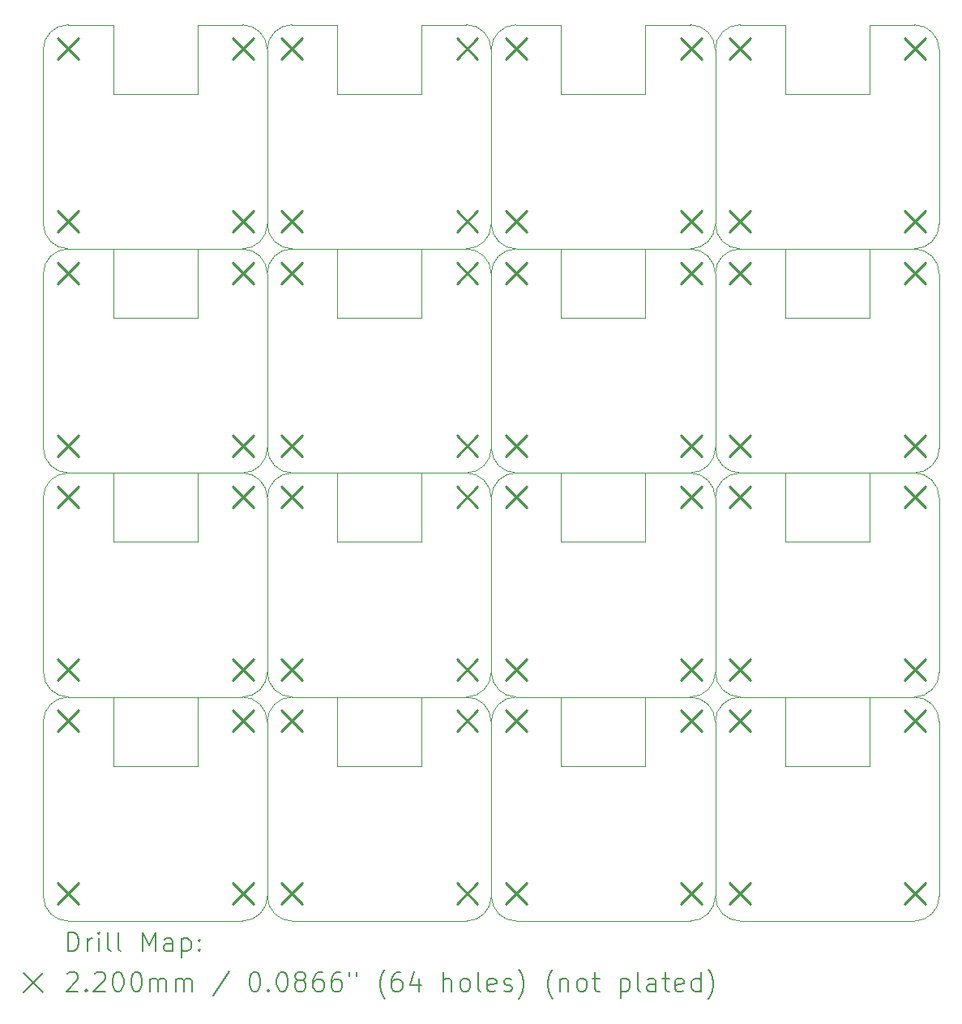
<source format=gbr>
%TF.GenerationSoftware,KiCad,Pcbnew,8.0.6*%
%TF.CreationDate,2024-11-12T16:37:34+01:00*%
%TF.ProjectId,USB-C_Adapter - nutzen,5553422d-435f-4416-9461-70746572202d,rev?*%
%TF.SameCoordinates,Original*%
%TF.FileFunction,Drillmap*%
%TF.FilePolarity,Positive*%
%FSLAX45Y45*%
G04 Gerber Fmt 4.5, Leading zero omitted, Abs format (unit mm)*
G04 Created by KiCad (PCBNEW 8.0.6) date 2024-11-12 16:37:34*
%MOMM*%
%LPD*%
G01*
G04 APERTURE LIST*
%ADD10C,0.050000*%
%ADD11C,0.200000*%
%ADD12C,0.220000*%
G04 APERTURE END LIST*
D10*
X22519400Y-11795590D02*
X22989400Y-11795590D01*
X18309400Y-14135590D02*
G75*
G02*
X18569400Y-14395590I0J-260000D01*
G01*
X20910400Y-18555590D02*
X20909400Y-16735590D01*
X20910400Y-16215590D02*
X20909400Y-14395590D01*
X20910400Y-13875590D02*
X20909400Y-12055590D01*
X23249400Y-14395590D02*
G75*
G02*
X23509400Y-14135590I260000J0D01*
G01*
X22519400Y-16475590D02*
X22989400Y-16475590D01*
X23250400Y-16215590D02*
G75*
G02*
X22990400Y-16475590I-260000J0D01*
G01*
X24859400Y-14135590D02*
X25329400Y-14135590D01*
X21170400Y-18815590D02*
G75*
G02*
X20910400Y-18555590I0J260000D01*
G01*
X23250400Y-16215590D02*
X23249400Y-14395590D01*
X23510400Y-14135590D02*
G75*
G02*
X23250400Y-13875590I0J260000D01*
G01*
X22990400Y-16475590D02*
X21170400Y-16475590D01*
X23250400Y-13875590D02*
X23249400Y-12055590D01*
X23249400Y-9715590D02*
G75*
G02*
X23509400Y-9455590I260000J0D01*
G01*
X20649400Y-16475590D02*
G75*
G02*
X20909400Y-16735590I0J-260000D01*
G01*
X18570400Y-13875590D02*
X18569400Y-12055590D01*
X25330400Y-18815590D02*
X23510400Y-18815590D01*
X22989400Y-14135590D02*
G75*
G02*
X23249400Y-14395590I0J-260000D01*
G01*
X18570400Y-11535590D02*
X18569400Y-9715590D01*
X22989400Y-16475590D02*
G75*
G02*
X23249400Y-16735590I0J-260000D01*
G01*
X18570400Y-13875590D02*
G75*
G02*
X18310400Y-14135590I-260000J0D01*
G01*
X24859400Y-9455590D02*
X25329400Y-9455590D01*
X16490400Y-11795590D02*
G75*
G02*
X16230400Y-11535590I0J260000D01*
G01*
X25330400Y-14135590D02*
X23510400Y-14135590D01*
X23249400Y-16735590D02*
G75*
G02*
X23509400Y-16475590I260000J0D01*
G01*
X16229400Y-16735590D02*
G75*
G02*
X16489400Y-16475590I260000J0D01*
G01*
X25590400Y-11535590D02*
X25589400Y-9715590D01*
X23509400Y-16475590D02*
X23979400Y-16475590D01*
X20910400Y-13875590D02*
G75*
G02*
X20650400Y-14135590I-260000J0D01*
G01*
X16230400Y-13875590D02*
X16229400Y-12055590D01*
X20179400Y-14135590D02*
X20649400Y-14135590D01*
X18569400Y-12055590D02*
G75*
G02*
X18829400Y-11795590I260000J0D01*
G01*
X18310400Y-14135590D02*
X16490400Y-14135590D01*
X18570400Y-16215590D02*
X18569400Y-14395590D01*
X16230400Y-11535590D02*
X16229400Y-9715590D01*
X23250400Y-18555590D02*
X23249400Y-16735590D01*
X20910400Y-11535590D02*
G75*
G02*
X20650400Y-11795590I-260000J0D01*
G01*
X22519400Y-14135590D02*
X22989400Y-14135590D01*
X16229400Y-12055590D02*
G75*
G02*
X16489400Y-11795590I260000J0D01*
G01*
X16489400Y-11795590D02*
X16959400Y-11795590D01*
X25590400Y-18555590D02*
G75*
G02*
X25330400Y-18815590I-260000J0D01*
G01*
X20910400Y-16215590D02*
X20909400Y-14395590D01*
X25590400Y-13875590D02*
X25589400Y-12055590D01*
X20909400Y-14395590D02*
G75*
G02*
X21169400Y-14135590I260000J0D01*
G01*
X18570400Y-18555590D02*
G75*
G02*
X18310400Y-18815590I-260000J0D01*
G01*
X23509400Y-9455590D02*
X23979400Y-9455590D01*
X23250400Y-11535590D02*
X23249400Y-9715590D01*
X18570400Y-11535590D02*
X18569400Y-9715590D01*
X20910400Y-13875590D02*
X20909400Y-12055590D01*
X18570400Y-18555590D02*
X18569400Y-16735590D01*
X21170400Y-16475590D02*
G75*
G02*
X20910400Y-16215590I0J260000D01*
G01*
X25590400Y-16215590D02*
X25589400Y-14395590D01*
X20650400Y-11795590D02*
X18830400Y-11795590D01*
X20910400Y-11535590D02*
X20909400Y-9715590D01*
X23509400Y-14135590D02*
X23979400Y-14135590D01*
X18309400Y-9455590D02*
G75*
G02*
X18569400Y-9715590I0J-260000D01*
G01*
X18830400Y-14135590D02*
G75*
G02*
X18570400Y-13875590I0J260000D01*
G01*
X23510400Y-16475590D02*
G75*
G02*
X23250400Y-16215590I0J260000D01*
G01*
X21169400Y-16475590D02*
X21639400Y-16475590D01*
X18570400Y-16215590D02*
G75*
G02*
X18310400Y-16475590I-260000J0D01*
G01*
X16489400Y-14135590D02*
X16959400Y-14135590D01*
X18569400Y-14395590D02*
G75*
G02*
X18829400Y-14135590I260000J0D01*
G01*
X22990400Y-14135590D02*
X21170400Y-14135590D01*
X18830400Y-18815590D02*
G75*
G02*
X18570400Y-18555590I0J260000D01*
G01*
X18309400Y-16475590D02*
G75*
G02*
X18569400Y-16735590I0J-260000D01*
G01*
X23510400Y-11795590D02*
G75*
G02*
X23250400Y-11535590I0J260000D01*
G01*
X20649400Y-14135590D02*
G75*
G02*
X20909400Y-14395590I0J-260000D01*
G01*
X17839400Y-11795590D02*
X18309400Y-11795590D01*
X20650400Y-16475590D02*
X18830400Y-16475590D01*
X21169400Y-9455590D02*
X21639400Y-9455590D01*
X25329400Y-16475590D02*
G75*
G02*
X25589400Y-16735590I0J-260000D01*
G01*
X16489400Y-9455590D02*
X16959400Y-9455590D01*
X22519400Y-9455590D02*
X22989400Y-9455590D01*
X16489400Y-16475590D02*
X16959400Y-16475590D01*
X23250400Y-11535590D02*
G75*
G02*
X22990400Y-11795590I-260000J0D01*
G01*
X18310400Y-11795590D02*
X16490400Y-11795590D01*
X23250400Y-13875590D02*
G75*
G02*
X22990400Y-14135590I-260000J0D01*
G01*
X16229400Y-9715590D02*
G75*
G02*
X16489400Y-9455590I260000J0D01*
G01*
X23250400Y-11535590D02*
X23249400Y-9715590D01*
X23510400Y-18815590D02*
G75*
G02*
X23250400Y-18555590I0J260000D01*
G01*
X18310400Y-18815590D02*
X16490400Y-18815590D01*
X21170400Y-11795590D02*
G75*
G02*
X20910400Y-11535590I0J260000D01*
G01*
X24859400Y-11795590D02*
X25329400Y-11795590D01*
X23509400Y-11795590D02*
X23979400Y-11795590D01*
X25590400Y-11535590D02*
G75*
G02*
X25330400Y-11795590I-260000J0D01*
G01*
X16490400Y-14135590D02*
G75*
G02*
X16230400Y-13875590I0J260000D01*
G01*
X16230400Y-16215590D02*
X16229400Y-14395590D01*
X20179400Y-11795590D02*
X20649400Y-11795590D01*
X18570400Y-16215590D02*
X18569400Y-14395590D01*
X21169400Y-14135590D02*
X21639400Y-14135590D01*
X20909400Y-9715590D02*
G75*
G02*
X21169400Y-9455590I260000J0D01*
G01*
X18570400Y-11535590D02*
G75*
G02*
X18310400Y-11795590I-260000J0D01*
G01*
X25330400Y-11795590D02*
X23510400Y-11795590D01*
X18570400Y-18555590D02*
X18569400Y-16735590D01*
X25329400Y-9455590D02*
G75*
G02*
X25589400Y-9715590I0J-260000D01*
G01*
X17839400Y-9455590D02*
X18309400Y-9455590D01*
X20650400Y-14135590D02*
X18830400Y-14135590D01*
X21169400Y-11795590D02*
X21639400Y-11795590D01*
X25330400Y-16475590D02*
X23510400Y-16475590D01*
X18310400Y-16475590D02*
X16490400Y-16475590D01*
X23250400Y-18555590D02*
X23249400Y-16735590D01*
X18829400Y-9455590D02*
X19299400Y-9455590D01*
X22990400Y-18815590D02*
X21170400Y-18815590D01*
X17839400Y-14135590D02*
X18309400Y-14135590D01*
X23249400Y-12055590D02*
G75*
G02*
X23509400Y-11795590I260000J0D01*
G01*
X18830400Y-16475590D02*
G75*
G02*
X18570400Y-16215590I0J260000D01*
G01*
X25590400Y-16215590D02*
G75*
G02*
X25330400Y-16475590I-260000J0D01*
G01*
X20649400Y-11795590D02*
G75*
G02*
X20909400Y-12055590I0J-260000D01*
G01*
X20910400Y-18555590D02*
X20909400Y-16735590D01*
X18830400Y-11795590D02*
G75*
G02*
X18570400Y-11535590I0J260000D01*
G01*
X20910400Y-18555590D02*
G75*
G02*
X20650400Y-18815590I-260000J0D01*
G01*
X18569400Y-16735590D02*
G75*
G02*
X18829400Y-16475590I260000J0D01*
G01*
X23250400Y-18555590D02*
G75*
G02*
X22990400Y-18815590I-260000J0D01*
G01*
X25590400Y-13875590D02*
G75*
G02*
X25330400Y-14135590I-260000J0D01*
G01*
X18829400Y-11795590D02*
X19299400Y-11795590D01*
X17839400Y-16475590D02*
X18309400Y-16475590D01*
X23250400Y-13875590D02*
X23249400Y-12055590D01*
X21170400Y-14135590D02*
G75*
G02*
X20910400Y-13875590I0J260000D01*
G01*
X18829400Y-14135590D02*
X19299400Y-14135590D01*
X20909400Y-16735590D02*
G75*
G02*
X21169400Y-16475590I260000J0D01*
G01*
X20910400Y-16215590D02*
G75*
G02*
X20650400Y-16475590I-260000J0D01*
G01*
X18570400Y-13875590D02*
X18569400Y-12055590D01*
X25329400Y-14135590D02*
G75*
G02*
X25589400Y-14395590I0J-260000D01*
G01*
X20179400Y-16475590D02*
X20649400Y-16475590D01*
X23250400Y-16215590D02*
X23249400Y-14395590D01*
X22990400Y-11795590D02*
X21170400Y-11795590D01*
X16490400Y-18815590D02*
G75*
G02*
X16230400Y-18555590I0J260000D01*
G01*
X22989400Y-11795590D02*
G75*
G02*
X23249400Y-12055590I0J-260000D01*
G01*
X18569400Y-9715590D02*
G75*
G02*
X18829400Y-9455590I260000J0D01*
G01*
X22989400Y-9455590D02*
G75*
G02*
X23249400Y-9715590I0J-260000D01*
G01*
X20649400Y-9455590D02*
G75*
G02*
X20909400Y-9715590I0J-260000D01*
G01*
X16230400Y-18555590D02*
X16229400Y-16735590D01*
X20179400Y-9455590D02*
X20649400Y-9455590D01*
X16490400Y-16475590D02*
G75*
G02*
X16230400Y-16215590I0J260000D01*
G01*
X16229400Y-14395590D02*
G75*
G02*
X16489400Y-14135590I260000J0D01*
G01*
X25590400Y-18555590D02*
X25589400Y-16735590D01*
X20650400Y-18815590D02*
X18830400Y-18815590D01*
X24859400Y-16475590D02*
X25329400Y-16475590D01*
X18829400Y-16475590D02*
X19299400Y-16475590D01*
X20909400Y-12055590D02*
G75*
G02*
X21169400Y-11795590I260000J0D01*
G01*
X25329400Y-11795590D02*
G75*
G02*
X25589400Y-12055590I0J-260000D01*
G01*
X18309400Y-11795590D02*
G75*
G02*
X18569400Y-12055590I0J-260000D01*
G01*
X20910400Y-11535590D02*
X20909400Y-9715590D01*
X21639400Y-9455590D02*
X21639400Y-10175590D01*
X22519400Y-10175590D02*
X21639400Y-10175590D01*
X22519400Y-10175590D02*
X22519400Y-9455590D01*
X21639400Y-16475590D02*
X21639400Y-17195590D01*
X22519400Y-17195590D02*
X21639400Y-17195590D01*
X22519400Y-17195590D02*
X22519400Y-16475590D01*
X23979400Y-9455590D02*
X23979400Y-10175590D01*
X24859400Y-10175590D02*
X23979400Y-10175590D01*
X24859400Y-10175590D02*
X24859400Y-9455590D01*
X16959400Y-11795590D02*
X16959400Y-12515590D01*
X17839400Y-12515590D02*
X16959400Y-12515590D01*
X17839400Y-12515590D02*
X17839400Y-11795590D01*
X23979400Y-16475590D02*
X23979400Y-17195590D01*
X24859400Y-17195590D02*
X23979400Y-17195590D01*
X24859400Y-17195590D02*
X24859400Y-16475590D01*
X19299400Y-16475590D02*
X19299400Y-17195590D01*
X20179400Y-17195590D02*
X19299400Y-17195590D01*
X20179400Y-17195590D02*
X20179400Y-16475590D01*
X21639400Y-11795590D02*
X21639400Y-12515590D01*
X22519400Y-12515590D02*
X21639400Y-12515590D01*
X22519400Y-12515590D02*
X22519400Y-11795590D01*
X21639400Y-14135590D02*
X21639400Y-14855590D01*
X22519400Y-14855590D02*
X21639400Y-14855590D01*
X22519400Y-14855590D02*
X22519400Y-14135590D01*
X19299400Y-14135590D02*
X19299400Y-14855590D01*
X20179400Y-14855590D02*
X19299400Y-14855590D01*
X20179400Y-14855590D02*
X20179400Y-14135590D01*
X19299400Y-11795590D02*
X19299400Y-12515590D01*
X20179400Y-12515590D02*
X19299400Y-12515590D01*
X20179400Y-12515590D02*
X20179400Y-11795590D01*
X16959400Y-9455590D02*
X16959400Y-10175590D01*
X17839400Y-10175590D02*
X16959400Y-10175590D01*
X17839400Y-10175590D02*
X17839400Y-9455590D01*
X23979400Y-14135590D02*
X23979400Y-14855590D01*
X24859400Y-14855590D02*
X23979400Y-14855590D01*
X24859400Y-14855590D02*
X24859400Y-14135590D01*
X23979400Y-11795590D02*
X23979400Y-12515590D01*
X24859400Y-12515590D02*
X23979400Y-12515590D01*
X24859400Y-12515590D02*
X24859400Y-11795590D01*
X19299400Y-9455590D02*
X19299400Y-10175590D01*
X20179400Y-10175590D02*
X19299400Y-10175590D01*
X20179400Y-10175590D02*
X20179400Y-9455590D01*
X16959400Y-16475590D02*
X16959400Y-17195590D01*
X17839400Y-17195590D02*
X16959400Y-17195590D01*
X17839400Y-17195590D02*
X17839400Y-16475590D01*
X16959400Y-14135590D02*
X16959400Y-14855590D01*
X17839400Y-14855590D02*
X16959400Y-14855590D01*
X17839400Y-14855590D02*
X17839400Y-14135590D01*
D11*
D12*
X16378920Y-9597880D02*
X16598920Y-9817880D01*
X16598920Y-9597880D02*
X16378920Y-9817880D01*
X16378920Y-11400640D02*
X16598920Y-11620640D01*
X16598920Y-11400640D02*
X16378920Y-11620640D01*
X16378920Y-11937880D02*
X16598920Y-12157880D01*
X16598920Y-11937880D02*
X16378920Y-12157880D01*
X16378920Y-13740640D02*
X16598920Y-13960640D01*
X16598920Y-13740640D02*
X16378920Y-13960640D01*
X16378920Y-14277880D02*
X16598920Y-14497880D01*
X16598920Y-14277880D02*
X16378920Y-14497880D01*
X16378920Y-16080640D02*
X16598920Y-16300640D01*
X16598920Y-16080640D02*
X16378920Y-16300640D01*
X16378920Y-16617880D02*
X16598920Y-16837880D01*
X16598920Y-16617880D02*
X16378920Y-16837880D01*
X16378920Y-18420640D02*
X16598920Y-18640640D01*
X16598920Y-18420640D02*
X16378920Y-18640640D01*
X18208480Y-9597880D02*
X18428480Y-9817880D01*
X18428480Y-9597880D02*
X18208480Y-9817880D01*
X18208480Y-11400640D02*
X18428480Y-11620640D01*
X18428480Y-11400640D02*
X18208480Y-11620640D01*
X18208480Y-11937880D02*
X18428480Y-12157880D01*
X18428480Y-11937880D02*
X18208480Y-12157880D01*
X18208480Y-13740640D02*
X18428480Y-13960640D01*
X18428480Y-13740640D02*
X18208480Y-13960640D01*
X18208480Y-14277880D02*
X18428480Y-14497880D01*
X18428480Y-14277880D02*
X18208480Y-14497880D01*
X18208480Y-16080640D02*
X18428480Y-16300640D01*
X18428480Y-16080640D02*
X18208480Y-16300640D01*
X18208480Y-16617880D02*
X18428480Y-16837880D01*
X18428480Y-16617880D02*
X18208480Y-16837880D01*
X18208480Y-18420640D02*
X18428480Y-18640640D01*
X18428480Y-18420640D02*
X18208480Y-18640640D01*
X18718920Y-9597880D02*
X18938920Y-9817880D01*
X18938920Y-9597880D02*
X18718920Y-9817880D01*
X18718920Y-11400640D02*
X18938920Y-11620640D01*
X18938920Y-11400640D02*
X18718920Y-11620640D01*
X18718920Y-11937880D02*
X18938920Y-12157880D01*
X18938920Y-11937880D02*
X18718920Y-12157880D01*
X18718920Y-13740640D02*
X18938920Y-13960640D01*
X18938920Y-13740640D02*
X18718920Y-13960640D01*
X18718920Y-14277880D02*
X18938920Y-14497880D01*
X18938920Y-14277880D02*
X18718920Y-14497880D01*
X18718920Y-16080640D02*
X18938920Y-16300640D01*
X18938920Y-16080640D02*
X18718920Y-16300640D01*
X18718920Y-16617880D02*
X18938920Y-16837880D01*
X18938920Y-16617880D02*
X18718920Y-16837880D01*
X18718920Y-18420640D02*
X18938920Y-18640640D01*
X18938920Y-18420640D02*
X18718920Y-18640640D01*
X20548480Y-9597880D02*
X20768480Y-9817880D01*
X20768480Y-9597880D02*
X20548480Y-9817880D01*
X20548480Y-11400640D02*
X20768480Y-11620640D01*
X20768480Y-11400640D02*
X20548480Y-11620640D01*
X20548480Y-11937880D02*
X20768480Y-12157880D01*
X20768480Y-11937880D02*
X20548480Y-12157880D01*
X20548480Y-13740640D02*
X20768480Y-13960640D01*
X20768480Y-13740640D02*
X20548480Y-13960640D01*
X20548480Y-14277880D02*
X20768480Y-14497880D01*
X20768480Y-14277880D02*
X20548480Y-14497880D01*
X20548480Y-16080640D02*
X20768480Y-16300640D01*
X20768480Y-16080640D02*
X20548480Y-16300640D01*
X20548480Y-16617880D02*
X20768480Y-16837880D01*
X20768480Y-16617880D02*
X20548480Y-16837880D01*
X20548480Y-18420640D02*
X20768480Y-18640640D01*
X20768480Y-18420640D02*
X20548480Y-18640640D01*
X21058920Y-9597880D02*
X21278920Y-9817880D01*
X21278920Y-9597880D02*
X21058920Y-9817880D01*
X21058920Y-11400640D02*
X21278920Y-11620640D01*
X21278920Y-11400640D02*
X21058920Y-11620640D01*
X21058920Y-11937880D02*
X21278920Y-12157880D01*
X21278920Y-11937880D02*
X21058920Y-12157880D01*
X21058920Y-13740640D02*
X21278920Y-13960640D01*
X21278920Y-13740640D02*
X21058920Y-13960640D01*
X21058920Y-14277880D02*
X21278920Y-14497880D01*
X21278920Y-14277880D02*
X21058920Y-14497880D01*
X21058920Y-16080640D02*
X21278920Y-16300640D01*
X21278920Y-16080640D02*
X21058920Y-16300640D01*
X21058920Y-16617880D02*
X21278920Y-16837880D01*
X21278920Y-16617880D02*
X21058920Y-16837880D01*
X21058920Y-18420640D02*
X21278920Y-18640640D01*
X21278920Y-18420640D02*
X21058920Y-18640640D01*
X22888480Y-9597880D02*
X23108480Y-9817880D01*
X23108480Y-9597880D02*
X22888480Y-9817880D01*
X22888480Y-11400640D02*
X23108480Y-11620640D01*
X23108480Y-11400640D02*
X22888480Y-11620640D01*
X22888480Y-11937880D02*
X23108480Y-12157880D01*
X23108480Y-11937880D02*
X22888480Y-12157880D01*
X22888480Y-13740640D02*
X23108480Y-13960640D01*
X23108480Y-13740640D02*
X22888480Y-13960640D01*
X22888480Y-14277880D02*
X23108480Y-14497880D01*
X23108480Y-14277880D02*
X22888480Y-14497880D01*
X22888480Y-16080640D02*
X23108480Y-16300640D01*
X23108480Y-16080640D02*
X22888480Y-16300640D01*
X22888480Y-16617880D02*
X23108480Y-16837880D01*
X23108480Y-16617880D02*
X22888480Y-16837880D01*
X22888480Y-18420640D02*
X23108480Y-18640640D01*
X23108480Y-18420640D02*
X22888480Y-18640640D01*
X23398920Y-9597880D02*
X23618920Y-9817880D01*
X23618920Y-9597880D02*
X23398920Y-9817880D01*
X23398920Y-11400640D02*
X23618920Y-11620640D01*
X23618920Y-11400640D02*
X23398920Y-11620640D01*
X23398920Y-11937880D02*
X23618920Y-12157880D01*
X23618920Y-11937880D02*
X23398920Y-12157880D01*
X23398920Y-13740640D02*
X23618920Y-13960640D01*
X23618920Y-13740640D02*
X23398920Y-13960640D01*
X23398920Y-14277880D02*
X23618920Y-14497880D01*
X23618920Y-14277880D02*
X23398920Y-14497880D01*
X23398920Y-16080640D02*
X23618920Y-16300640D01*
X23618920Y-16080640D02*
X23398920Y-16300640D01*
X23398920Y-16617880D02*
X23618920Y-16837880D01*
X23618920Y-16617880D02*
X23398920Y-16837880D01*
X23398920Y-18420640D02*
X23618920Y-18640640D01*
X23618920Y-18420640D02*
X23398920Y-18640640D01*
X25228480Y-9597880D02*
X25448480Y-9817880D01*
X25448480Y-9597880D02*
X25228480Y-9817880D01*
X25228480Y-11400640D02*
X25448480Y-11620640D01*
X25448480Y-11400640D02*
X25228480Y-11620640D01*
X25228480Y-11937880D02*
X25448480Y-12157880D01*
X25448480Y-11937880D02*
X25228480Y-12157880D01*
X25228480Y-13740640D02*
X25448480Y-13960640D01*
X25448480Y-13740640D02*
X25228480Y-13960640D01*
X25228480Y-14277880D02*
X25448480Y-14497880D01*
X25448480Y-14277880D02*
X25228480Y-14497880D01*
X25228480Y-16080640D02*
X25448480Y-16300640D01*
X25448480Y-16080640D02*
X25228480Y-16300640D01*
X25228480Y-16617880D02*
X25448480Y-16837880D01*
X25448480Y-16617880D02*
X25228480Y-16837880D01*
X25228480Y-18420640D02*
X25448480Y-18640640D01*
X25448480Y-18420640D02*
X25228480Y-18640640D01*
D11*
X16487677Y-19129574D02*
X16487677Y-18929574D01*
X16487677Y-18929574D02*
X16535296Y-18929574D01*
X16535296Y-18929574D02*
X16563867Y-18939098D01*
X16563867Y-18939098D02*
X16582915Y-18958145D01*
X16582915Y-18958145D02*
X16592439Y-18977193D01*
X16592439Y-18977193D02*
X16601962Y-19015288D01*
X16601962Y-19015288D02*
X16601962Y-19043860D01*
X16601962Y-19043860D02*
X16592439Y-19081955D01*
X16592439Y-19081955D02*
X16582915Y-19101002D01*
X16582915Y-19101002D02*
X16563867Y-19120050D01*
X16563867Y-19120050D02*
X16535296Y-19129574D01*
X16535296Y-19129574D02*
X16487677Y-19129574D01*
X16687677Y-19129574D02*
X16687677Y-18996240D01*
X16687677Y-19034336D02*
X16697201Y-19015288D01*
X16697201Y-19015288D02*
X16706724Y-19005764D01*
X16706724Y-19005764D02*
X16725772Y-18996240D01*
X16725772Y-18996240D02*
X16744820Y-18996240D01*
X16811486Y-19129574D02*
X16811486Y-18996240D01*
X16811486Y-18929574D02*
X16801963Y-18939098D01*
X16801963Y-18939098D02*
X16811486Y-18948621D01*
X16811486Y-18948621D02*
X16821010Y-18939098D01*
X16821010Y-18939098D02*
X16811486Y-18929574D01*
X16811486Y-18929574D02*
X16811486Y-18948621D01*
X16935296Y-19129574D02*
X16916248Y-19120050D01*
X16916248Y-19120050D02*
X16906724Y-19101002D01*
X16906724Y-19101002D02*
X16906724Y-18929574D01*
X17040058Y-19129574D02*
X17021010Y-19120050D01*
X17021010Y-19120050D02*
X17011486Y-19101002D01*
X17011486Y-19101002D02*
X17011486Y-18929574D01*
X17268629Y-19129574D02*
X17268629Y-18929574D01*
X17268629Y-18929574D02*
X17335296Y-19072431D01*
X17335296Y-19072431D02*
X17401963Y-18929574D01*
X17401963Y-18929574D02*
X17401963Y-19129574D01*
X17582915Y-19129574D02*
X17582915Y-19024812D01*
X17582915Y-19024812D02*
X17573391Y-19005764D01*
X17573391Y-19005764D02*
X17554344Y-18996240D01*
X17554344Y-18996240D02*
X17516248Y-18996240D01*
X17516248Y-18996240D02*
X17497201Y-19005764D01*
X17582915Y-19120050D02*
X17563867Y-19129574D01*
X17563867Y-19129574D02*
X17516248Y-19129574D01*
X17516248Y-19129574D02*
X17497201Y-19120050D01*
X17497201Y-19120050D02*
X17487677Y-19101002D01*
X17487677Y-19101002D02*
X17487677Y-19081955D01*
X17487677Y-19081955D02*
X17497201Y-19062907D01*
X17497201Y-19062907D02*
X17516248Y-19053383D01*
X17516248Y-19053383D02*
X17563867Y-19053383D01*
X17563867Y-19053383D02*
X17582915Y-19043860D01*
X17678153Y-18996240D02*
X17678153Y-19196240D01*
X17678153Y-19005764D02*
X17697201Y-18996240D01*
X17697201Y-18996240D02*
X17735296Y-18996240D01*
X17735296Y-18996240D02*
X17754344Y-19005764D01*
X17754344Y-19005764D02*
X17763867Y-19015288D01*
X17763867Y-19015288D02*
X17773391Y-19034336D01*
X17773391Y-19034336D02*
X17773391Y-19091479D01*
X17773391Y-19091479D02*
X17763867Y-19110526D01*
X17763867Y-19110526D02*
X17754344Y-19120050D01*
X17754344Y-19120050D02*
X17735296Y-19129574D01*
X17735296Y-19129574D02*
X17697201Y-19129574D01*
X17697201Y-19129574D02*
X17678153Y-19120050D01*
X17859105Y-19110526D02*
X17868629Y-19120050D01*
X17868629Y-19120050D02*
X17859105Y-19129574D01*
X17859105Y-19129574D02*
X17849582Y-19120050D01*
X17849582Y-19120050D02*
X17859105Y-19110526D01*
X17859105Y-19110526D02*
X17859105Y-19129574D01*
X17859105Y-19005764D02*
X17868629Y-19015288D01*
X17868629Y-19015288D02*
X17859105Y-19024812D01*
X17859105Y-19024812D02*
X17849582Y-19015288D01*
X17849582Y-19015288D02*
X17859105Y-19005764D01*
X17859105Y-19005764D02*
X17859105Y-19024812D01*
X16026900Y-19358090D02*
X16226900Y-19558090D01*
X16226900Y-19358090D02*
X16026900Y-19558090D01*
X16478153Y-19368621D02*
X16487677Y-19359098D01*
X16487677Y-19359098D02*
X16506724Y-19349574D01*
X16506724Y-19349574D02*
X16554343Y-19349574D01*
X16554343Y-19349574D02*
X16573391Y-19359098D01*
X16573391Y-19359098D02*
X16582915Y-19368621D01*
X16582915Y-19368621D02*
X16592439Y-19387669D01*
X16592439Y-19387669D02*
X16592439Y-19406717D01*
X16592439Y-19406717D02*
X16582915Y-19435288D01*
X16582915Y-19435288D02*
X16468629Y-19549574D01*
X16468629Y-19549574D02*
X16592439Y-19549574D01*
X16678153Y-19530526D02*
X16687677Y-19540050D01*
X16687677Y-19540050D02*
X16678153Y-19549574D01*
X16678153Y-19549574D02*
X16668629Y-19540050D01*
X16668629Y-19540050D02*
X16678153Y-19530526D01*
X16678153Y-19530526D02*
X16678153Y-19549574D01*
X16763867Y-19368621D02*
X16773391Y-19359098D01*
X16773391Y-19359098D02*
X16792439Y-19349574D01*
X16792439Y-19349574D02*
X16840058Y-19349574D01*
X16840058Y-19349574D02*
X16859105Y-19359098D01*
X16859105Y-19359098D02*
X16868629Y-19368621D01*
X16868629Y-19368621D02*
X16878153Y-19387669D01*
X16878153Y-19387669D02*
X16878153Y-19406717D01*
X16878153Y-19406717D02*
X16868629Y-19435288D01*
X16868629Y-19435288D02*
X16754343Y-19549574D01*
X16754343Y-19549574D02*
X16878153Y-19549574D01*
X17001963Y-19349574D02*
X17021010Y-19349574D01*
X17021010Y-19349574D02*
X17040058Y-19359098D01*
X17040058Y-19359098D02*
X17049582Y-19368621D01*
X17049582Y-19368621D02*
X17059105Y-19387669D01*
X17059105Y-19387669D02*
X17068629Y-19425764D01*
X17068629Y-19425764D02*
X17068629Y-19473383D01*
X17068629Y-19473383D02*
X17059105Y-19511479D01*
X17059105Y-19511479D02*
X17049582Y-19530526D01*
X17049582Y-19530526D02*
X17040058Y-19540050D01*
X17040058Y-19540050D02*
X17021010Y-19549574D01*
X17021010Y-19549574D02*
X17001963Y-19549574D01*
X17001963Y-19549574D02*
X16982915Y-19540050D01*
X16982915Y-19540050D02*
X16973391Y-19530526D01*
X16973391Y-19530526D02*
X16963867Y-19511479D01*
X16963867Y-19511479D02*
X16954344Y-19473383D01*
X16954344Y-19473383D02*
X16954344Y-19425764D01*
X16954344Y-19425764D02*
X16963867Y-19387669D01*
X16963867Y-19387669D02*
X16973391Y-19368621D01*
X16973391Y-19368621D02*
X16982915Y-19359098D01*
X16982915Y-19359098D02*
X17001963Y-19349574D01*
X17192439Y-19349574D02*
X17211486Y-19349574D01*
X17211486Y-19349574D02*
X17230534Y-19359098D01*
X17230534Y-19359098D02*
X17240058Y-19368621D01*
X17240058Y-19368621D02*
X17249582Y-19387669D01*
X17249582Y-19387669D02*
X17259105Y-19425764D01*
X17259105Y-19425764D02*
X17259105Y-19473383D01*
X17259105Y-19473383D02*
X17249582Y-19511479D01*
X17249582Y-19511479D02*
X17240058Y-19530526D01*
X17240058Y-19530526D02*
X17230534Y-19540050D01*
X17230534Y-19540050D02*
X17211486Y-19549574D01*
X17211486Y-19549574D02*
X17192439Y-19549574D01*
X17192439Y-19549574D02*
X17173391Y-19540050D01*
X17173391Y-19540050D02*
X17163867Y-19530526D01*
X17163867Y-19530526D02*
X17154344Y-19511479D01*
X17154344Y-19511479D02*
X17144820Y-19473383D01*
X17144820Y-19473383D02*
X17144820Y-19425764D01*
X17144820Y-19425764D02*
X17154344Y-19387669D01*
X17154344Y-19387669D02*
X17163867Y-19368621D01*
X17163867Y-19368621D02*
X17173391Y-19359098D01*
X17173391Y-19359098D02*
X17192439Y-19349574D01*
X17344820Y-19549574D02*
X17344820Y-19416240D01*
X17344820Y-19435288D02*
X17354344Y-19425764D01*
X17354344Y-19425764D02*
X17373391Y-19416240D01*
X17373391Y-19416240D02*
X17401963Y-19416240D01*
X17401963Y-19416240D02*
X17421010Y-19425764D01*
X17421010Y-19425764D02*
X17430534Y-19444812D01*
X17430534Y-19444812D02*
X17430534Y-19549574D01*
X17430534Y-19444812D02*
X17440058Y-19425764D01*
X17440058Y-19425764D02*
X17459105Y-19416240D01*
X17459105Y-19416240D02*
X17487677Y-19416240D01*
X17487677Y-19416240D02*
X17506725Y-19425764D01*
X17506725Y-19425764D02*
X17516248Y-19444812D01*
X17516248Y-19444812D02*
X17516248Y-19549574D01*
X17611486Y-19549574D02*
X17611486Y-19416240D01*
X17611486Y-19435288D02*
X17621010Y-19425764D01*
X17621010Y-19425764D02*
X17640058Y-19416240D01*
X17640058Y-19416240D02*
X17668629Y-19416240D01*
X17668629Y-19416240D02*
X17687677Y-19425764D01*
X17687677Y-19425764D02*
X17697201Y-19444812D01*
X17697201Y-19444812D02*
X17697201Y-19549574D01*
X17697201Y-19444812D02*
X17706725Y-19425764D01*
X17706725Y-19425764D02*
X17725772Y-19416240D01*
X17725772Y-19416240D02*
X17754344Y-19416240D01*
X17754344Y-19416240D02*
X17773391Y-19425764D01*
X17773391Y-19425764D02*
X17782915Y-19444812D01*
X17782915Y-19444812D02*
X17782915Y-19549574D01*
X18173391Y-19340050D02*
X18001963Y-19597193D01*
X18430534Y-19349574D02*
X18449582Y-19349574D01*
X18449582Y-19349574D02*
X18468629Y-19359098D01*
X18468629Y-19359098D02*
X18478153Y-19368621D01*
X18478153Y-19368621D02*
X18487677Y-19387669D01*
X18487677Y-19387669D02*
X18497201Y-19425764D01*
X18497201Y-19425764D02*
X18497201Y-19473383D01*
X18497201Y-19473383D02*
X18487677Y-19511479D01*
X18487677Y-19511479D02*
X18478153Y-19530526D01*
X18478153Y-19530526D02*
X18468629Y-19540050D01*
X18468629Y-19540050D02*
X18449582Y-19549574D01*
X18449582Y-19549574D02*
X18430534Y-19549574D01*
X18430534Y-19549574D02*
X18411487Y-19540050D01*
X18411487Y-19540050D02*
X18401963Y-19530526D01*
X18401963Y-19530526D02*
X18392439Y-19511479D01*
X18392439Y-19511479D02*
X18382915Y-19473383D01*
X18382915Y-19473383D02*
X18382915Y-19425764D01*
X18382915Y-19425764D02*
X18392439Y-19387669D01*
X18392439Y-19387669D02*
X18401963Y-19368621D01*
X18401963Y-19368621D02*
X18411487Y-19359098D01*
X18411487Y-19359098D02*
X18430534Y-19349574D01*
X18582915Y-19530526D02*
X18592439Y-19540050D01*
X18592439Y-19540050D02*
X18582915Y-19549574D01*
X18582915Y-19549574D02*
X18573391Y-19540050D01*
X18573391Y-19540050D02*
X18582915Y-19530526D01*
X18582915Y-19530526D02*
X18582915Y-19549574D01*
X18716248Y-19349574D02*
X18735296Y-19349574D01*
X18735296Y-19349574D02*
X18754344Y-19359098D01*
X18754344Y-19359098D02*
X18763868Y-19368621D01*
X18763868Y-19368621D02*
X18773391Y-19387669D01*
X18773391Y-19387669D02*
X18782915Y-19425764D01*
X18782915Y-19425764D02*
X18782915Y-19473383D01*
X18782915Y-19473383D02*
X18773391Y-19511479D01*
X18773391Y-19511479D02*
X18763868Y-19530526D01*
X18763868Y-19530526D02*
X18754344Y-19540050D01*
X18754344Y-19540050D02*
X18735296Y-19549574D01*
X18735296Y-19549574D02*
X18716248Y-19549574D01*
X18716248Y-19549574D02*
X18697201Y-19540050D01*
X18697201Y-19540050D02*
X18687677Y-19530526D01*
X18687677Y-19530526D02*
X18678153Y-19511479D01*
X18678153Y-19511479D02*
X18668629Y-19473383D01*
X18668629Y-19473383D02*
X18668629Y-19425764D01*
X18668629Y-19425764D02*
X18678153Y-19387669D01*
X18678153Y-19387669D02*
X18687677Y-19368621D01*
X18687677Y-19368621D02*
X18697201Y-19359098D01*
X18697201Y-19359098D02*
X18716248Y-19349574D01*
X18897201Y-19435288D02*
X18878153Y-19425764D01*
X18878153Y-19425764D02*
X18868629Y-19416240D01*
X18868629Y-19416240D02*
X18859106Y-19397193D01*
X18859106Y-19397193D02*
X18859106Y-19387669D01*
X18859106Y-19387669D02*
X18868629Y-19368621D01*
X18868629Y-19368621D02*
X18878153Y-19359098D01*
X18878153Y-19359098D02*
X18897201Y-19349574D01*
X18897201Y-19349574D02*
X18935296Y-19349574D01*
X18935296Y-19349574D02*
X18954344Y-19359098D01*
X18954344Y-19359098D02*
X18963868Y-19368621D01*
X18963868Y-19368621D02*
X18973391Y-19387669D01*
X18973391Y-19387669D02*
X18973391Y-19397193D01*
X18973391Y-19397193D02*
X18963868Y-19416240D01*
X18963868Y-19416240D02*
X18954344Y-19425764D01*
X18954344Y-19425764D02*
X18935296Y-19435288D01*
X18935296Y-19435288D02*
X18897201Y-19435288D01*
X18897201Y-19435288D02*
X18878153Y-19444812D01*
X18878153Y-19444812D02*
X18868629Y-19454336D01*
X18868629Y-19454336D02*
X18859106Y-19473383D01*
X18859106Y-19473383D02*
X18859106Y-19511479D01*
X18859106Y-19511479D02*
X18868629Y-19530526D01*
X18868629Y-19530526D02*
X18878153Y-19540050D01*
X18878153Y-19540050D02*
X18897201Y-19549574D01*
X18897201Y-19549574D02*
X18935296Y-19549574D01*
X18935296Y-19549574D02*
X18954344Y-19540050D01*
X18954344Y-19540050D02*
X18963868Y-19530526D01*
X18963868Y-19530526D02*
X18973391Y-19511479D01*
X18973391Y-19511479D02*
X18973391Y-19473383D01*
X18973391Y-19473383D02*
X18963868Y-19454336D01*
X18963868Y-19454336D02*
X18954344Y-19444812D01*
X18954344Y-19444812D02*
X18935296Y-19435288D01*
X19144820Y-19349574D02*
X19106725Y-19349574D01*
X19106725Y-19349574D02*
X19087677Y-19359098D01*
X19087677Y-19359098D02*
X19078153Y-19368621D01*
X19078153Y-19368621D02*
X19059106Y-19397193D01*
X19059106Y-19397193D02*
X19049582Y-19435288D01*
X19049582Y-19435288D02*
X19049582Y-19511479D01*
X19049582Y-19511479D02*
X19059106Y-19530526D01*
X19059106Y-19530526D02*
X19068629Y-19540050D01*
X19068629Y-19540050D02*
X19087677Y-19549574D01*
X19087677Y-19549574D02*
X19125772Y-19549574D01*
X19125772Y-19549574D02*
X19144820Y-19540050D01*
X19144820Y-19540050D02*
X19154344Y-19530526D01*
X19154344Y-19530526D02*
X19163868Y-19511479D01*
X19163868Y-19511479D02*
X19163868Y-19463860D01*
X19163868Y-19463860D02*
X19154344Y-19444812D01*
X19154344Y-19444812D02*
X19144820Y-19435288D01*
X19144820Y-19435288D02*
X19125772Y-19425764D01*
X19125772Y-19425764D02*
X19087677Y-19425764D01*
X19087677Y-19425764D02*
X19068629Y-19435288D01*
X19068629Y-19435288D02*
X19059106Y-19444812D01*
X19059106Y-19444812D02*
X19049582Y-19463860D01*
X19335296Y-19349574D02*
X19297201Y-19349574D01*
X19297201Y-19349574D02*
X19278153Y-19359098D01*
X19278153Y-19359098D02*
X19268629Y-19368621D01*
X19268629Y-19368621D02*
X19249582Y-19397193D01*
X19249582Y-19397193D02*
X19240058Y-19435288D01*
X19240058Y-19435288D02*
X19240058Y-19511479D01*
X19240058Y-19511479D02*
X19249582Y-19530526D01*
X19249582Y-19530526D02*
X19259106Y-19540050D01*
X19259106Y-19540050D02*
X19278153Y-19549574D01*
X19278153Y-19549574D02*
X19316249Y-19549574D01*
X19316249Y-19549574D02*
X19335296Y-19540050D01*
X19335296Y-19540050D02*
X19344820Y-19530526D01*
X19344820Y-19530526D02*
X19354344Y-19511479D01*
X19354344Y-19511479D02*
X19354344Y-19463860D01*
X19354344Y-19463860D02*
X19344820Y-19444812D01*
X19344820Y-19444812D02*
X19335296Y-19435288D01*
X19335296Y-19435288D02*
X19316249Y-19425764D01*
X19316249Y-19425764D02*
X19278153Y-19425764D01*
X19278153Y-19425764D02*
X19259106Y-19435288D01*
X19259106Y-19435288D02*
X19249582Y-19444812D01*
X19249582Y-19444812D02*
X19240058Y-19463860D01*
X19430534Y-19349574D02*
X19430534Y-19387669D01*
X19506725Y-19349574D02*
X19506725Y-19387669D01*
X19801963Y-19625764D02*
X19792439Y-19616240D01*
X19792439Y-19616240D02*
X19773391Y-19587669D01*
X19773391Y-19587669D02*
X19763868Y-19568621D01*
X19763868Y-19568621D02*
X19754344Y-19540050D01*
X19754344Y-19540050D02*
X19744820Y-19492431D01*
X19744820Y-19492431D02*
X19744820Y-19454336D01*
X19744820Y-19454336D02*
X19754344Y-19406717D01*
X19754344Y-19406717D02*
X19763868Y-19378145D01*
X19763868Y-19378145D02*
X19773391Y-19359098D01*
X19773391Y-19359098D02*
X19792439Y-19330526D01*
X19792439Y-19330526D02*
X19801963Y-19321002D01*
X19963868Y-19349574D02*
X19925772Y-19349574D01*
X19925772Y-19349574D02*
X19906725Y-19359098D01*
X19906725Y-19359098D02*
X19897201Y-19368621D01*
X19897201Y-19368621D02*
X19878153Y-19397193D01*
X19878153Y-19397193D02*
X19868630Y-19435288D01*
X19868630Y-19435288D02*
X19868630Y-19511479D01*
X19868630Y-19511479D02*
X19878153Y-19530526D01*
X19878153Y-19530526D02*
X19887677Y-19540050D01*
X19887677Y-19540050D02*
X19906725Y-19549574D01*
X19906725Y-19549574D02*
X19944820Y-19549574D01*
X19944820Y-19549574D02*
X19963868Y-19540050D01*
X19963868Y-19540050D02*
X19973391Y-19530526D01*
X19973391Y-19530526D02*
X19982915Y-19511479D01*
X19982915Y-19511479D02*
X19982915Y-19463860D01*
X19982915Y-19463860D02*
X19973391Y-19444812D01*
X19973391Y-19444812D02*
X19963868Y-19435288D01*
X19963868Y-19435288D02*
X19944820Y-19425764D01*
X19944820Y-19425764D02*
X19906725Y-19425764D01*
X19906725Y-19425764D02*
X19887677Y-19435288D01*
X19887677Y-19435288D02*
X19878153Y-19444812D01*
X19878153Y-19444812D02*
X19868630Y-19463860D01*
X20154344Y-19416240D02*
X20154344Y-19549574D01*
X20106725Y-19340050D02*
X20059106Y-19482907D01*
X20059106Y-19482907D02*
X20182915Y-19482907D01*
X20411487Y-19549574D02*
X20411487Y-19349574D01*
X20497201Y-19549574D02*
X20497201Y-19444812D01*
X20497201Y-19444812D02*
X20487677Y-19425764D01*
X20487677Y-19425764D02*
X20468630Y-19416240D01*
X20468630Y-19416240D02*
X20440058Y-19416240D01*
X20440058Y-19416240D02*
X20421011Y-19425764D01*
X20421011Y-19425764D02*
X20411487Y-19435288D01*
X20621011Y-19549574D02*
X20601963Y-19540050D01*
X20601963Y-19540050D02*
X20592439Y-19530526D01*
X20592439Y-19530526D02*
X20582915Y-19511479D01*
X20582915Y-19511479D02*
X20582915Y-19454336D01*
X20582915Y-19454336D02*
X20592439Y-19435288D01*
X20592439Y-19435288D02*
X20601963Y-19425764D01*
X20601963Y-19425764D02*
X20621011Y-19416240D01*
X20621011Y-19416240D02*
X20649582Y-19416240D01*
X20649582Y-19416240D02*
X20668630Y-19425764D01*
X20668630Y-19425764D02*
X20678153Y-19435288D01*
X20678153Y-19435288D02*
X20687677Y-19454336D01*
X20687677Y-19454336D02*
X20687677Y-19511479D01*
X20687677Y-19511479D02*
X20678153Y-19530526D01*
X20678153Y-19530526D02*
X20668630Y-19540050D01*
X20668630Y-19540050D02*
X20649582Y-19549574D01*
X20649582Y-19549574D02*
X20621011Y-19549574D01*
X20801963Y-19549574D02*
X20782915Y-19540050D01*
X20782915Y-19540050D02*
X20773392Y-19521002D01*
X20773392Y-19521002D02*
X20773392Y-19349574D01*
X20954344Y-19540050D02*
X20935296Y-19549574D01*
X20935296Y-19549574D02*
X20897201Y-19549574D01*
X20897201Y-19549574D02*
X20878153Y-19540050D01*
X20878153Y-19540050D02*
X20868630Y-19521002D01*
X20868630Y-19521002D02*
X20868630Y-19444812D01*
X20868630Y-19444812D02*
X20878153Y-19425764D01*
X20878153Y-19425764D02*
X20897201Y-19416240D01*
X20897201Y-19416240D02*
X20935296Y-19416240D01*
X20935296Y-19416240D02*
X20954344Y-19425764D01*
X20954344Y-19425764D02*
X20963868Y-19444812D01*
X20963868Y-19444812D02*
X20963868Y-19463860D01*
X20963868Y-19463860D02*
X20868630Y-19482907D01*
X21040058Y-19540050D02*
X21059106Y-19549574D01*
X21059106Y-19549574D02*
X21097201Y-19549574D01*
X21097201Y-19549574D02*
X21116249Y-19540050D01*
X21116249Y-19540050D02*
X21125773Y-19521002D01*
X21125773Y-19521002D02*
X21125773Y-19511479D01*
X21125773Y-19511479D02*
X21116249Y-19492431D01*
X21116249Y-19492431D02*
X21097201Y-19482907D01*
X21097201Y-19482907D02*
X21068630Y-19482907D01*
X21068630Y-19482907D02*
X21049582Y-19473383D01*
X21049582Y-19473383D02*
X21040058Y-19454336D01*
X21040058Y-19454336D02*
X21040058Y-19444812D01*
X21040058Y-19444812D02*
X21049582Y-19425764D01*
X21049582Y-19425764D02*
X21068630Y-19416240D01*
X21068630Y-19416240D02*
X21097201Y-19416240D01*
X21097201Y-19416240D02*
X21116249Y-19425764D01*
X21192439Y-19625764D02*
X21201963Y-19616240D01*
X21201963Y-19616240D02*
X21221011Y-19587669D01*
X21221011Y-19587669D02*
X21230534Y-19568621D01*
X21230534Y-19568621D02*
X21240058Y-19540050D01*
X21240058Y-19540050D02*
X21249582Y-19492431D01*
X21249582Y-19492431D02*
X21249582Y-19454336D01*
X21249582Y-19454336D02*
X21240058Y-19406717D01*
X21240058Y-19406717D02*
X21230534Y-19378145D01*
X21230534Y-19378145D02*
X21221011Y-19359098D01*
X21221011Y-19359098D02*
X21201963Y-19330526D01*
X21201963Y-19330526D02*
X21192439Y-19321002D01*
X21554344Y-19625764D02*
X21544820Y-19616240D01*
X21544820Y-19616240D02*
X21525773Y-19587669D01*
X21525773Y-19587669D02*
X21516249Y-19568621D01*
X21516249Y-19568621D02*
X21506725Y-19540050D01*
X21506725Y-19540050D02*
X21497201Y-19492431D01*
X21497201Y-19492431D02*
X21497201Y-19454336D01*
X21497201Y-19454336D02*
X21506725Y-19406717D01*
X21506725Y-19406717D02*
X21516249Y-19378145D01*
X21516249Y-19378145D02*
X21525773Y-19359098D01*
X21525773Y-19359098D02*
X21544820Y-19330526D01*
X21544820Y-19330526D02*
X21554344Y-19321002D01*
X21630534Y-19416240D02*
X21630534Y-19549574D01*
X21630534Y-19435288D02*
X21640058Y-19425764D01*
X21640058Y-19425764D02*
X21659106Y-19416240D01*
X21659106Y-19416240D02*
X21687677Y-19416240D01*
X21687677Y-19416240D02*
X21706725Y-19425764D01*
X21706725Y-19425764D02*
X21716249Y-19444812D01*
X21716249Y-19444812D02*
X21716249Y-19549574D01*
X21840058Y-19549574D02*
X21821011Y-19540050D01*
X21821011Y-19540050D02*
X21811487Y-19530526D01*
X21811487Y-19530526D02*
X21801963Y-19511479D01*
X21801963Y-19511479D02*
X21801963Y-19454336D01*
X21801963Y-19454336D02*
X21811487Y-19435288D01*
X21811487Y-19435288D02*
X21821011Y-19425764D01*
X21821011Y-19425764D02*
X21840058Y-19416240D01*
X21840058Y-19416240D02*
X21868630Y-19416240D01*
X21868630Y-19416240D02*
X21887677Y-19425764D01*
X21887677Y-19425764D02*
X21897201Y-19435288D01*
X21897201Y-19435288D02*
X21906725Y-19454336D01*
X21906725Y-19454336D02*
X21906725Y-19511479D01*
X21906725Y-19511479D02*
X21897201Y-19530526D01*
X21897201Y-19530526D02*
X21887677Y-19540050D01*
X21887677Y-19540050D02*
X21868630Y-19549574D01*
X21868630Y-19549574D02*
X21840058Y-19549574D01*
X21963868Y-19416240D02*
X22040058Y-19416240D01*
X21992439Y-19349574D02*
X21992439Y-19521002D01*
X21992439Y-19521002D02*
X22001963Y-19540050D01*
X22001963Y-19540050D02*
X22021011Y-19549574D01*
X22021011Y-19549574D02*
X22040058Y-19549574D01*
X22259106Y-19416240D02*
X22259106Y-19616240D01*
X22259106Y-19425764D02*
X22278154Y-19416240D01*
X22278154Y-19416240D02*
X22316249Y-19416240D01*
X22316249Y-19416240D02*
X22335296Y-19425764D01*
X22335296Y-19425764D02*
X22344820Y-19435288D01*
X22344820Y-19435288D02*
X22354344Y-19454336D01*
X22354344Y-19454336D02*
X22354344Y-19511479D01*
X22354344Y-19511479D02*
X22344820Y-19530526D01*
X22344820Y-19530526D02*
X22335296Y-19540050D01*
X22335296Y-19540050D02*
X22316249Y-19549574D01*
X22316249Y-19549574D02*
X22278154Y-19549574D01*
X22278154Y-19549574D02*
X22259106Y-19540050D01*
X22468630Y-19549574D02*
X22449582Y-19540050D01*
X22449582Y-19540050D02*
X22440058Y-19521002D01*
X22440058Y-19521002D02*
X22440058Y-19349574D01*
X22630534Y-19549574D02*
X22630534Y-19444812D01*
X22630534Y-19444812D02*
X22621011Y-19425764D01*
X22621011Y-19425764D02*
X22601963Y-19416240D01*
X22601963Y-19416240D02*
X22563868Y-19416240D01*
X22563868Y-19416240D02*
X22544820Y-19425764D01*
X22630534Y-19540050D02*
X22611487Y-19549574D01*
X22611487Y-19549574D02*
X22563868Y-19549574D01*
X22563868Y-19549574D02*
X22544820Y-19540050D01*
X22544820Y-19540050D02*
X22535296Y-19521002D01*
X22535296Y-19521002D02*
X22535296Y-19501955D01*
X22535296Y-19501955D02*
X22544820Y-19482907D01*
X22544820Y-19482907D02*
X22563868Y-19473383D01*
X22563868Y-19473383D02*
X22611487Y-19473383D01*
X22611487Y-19473383D02*
X22630534Y-19463860D01*
X22697201Y-19416240D02*
X22773392Y-19416240D01*
X22725773Y-19349574D02*
X22725773Y-19521002D01*
X22725773Y-19521002D02*
X22735296Y-19540050D01*
X22735296Y-19540050D02*
X22754344Y-19549574D01*
X22754344Y-19549574D02*
X22773392Y-19549574D01*
X22916249Y-19540050D02*
X22897201Y-19549574D01*
X22897201Y-19549574D02*
X22859106Y-19549574D01*
X22859106Y-19549574D02*
X22840058Y-19540050D01*
X22840058Y-19540050D02*
X22830534Y-19521002D01*
X22830534Y-19521002D02*
X22830534Y-19444812D01*
X22830534Y-19444812D02*
X22840058Y-19425764D01*
X22840058Y-19425764D02*
X22859106Y-19416240D01*
X22859106Y-19416240D02*
X22897201Y-19416240D01*
X22897201Y-19416240D02*
X22916249Y-19425764D01*
X22916249Y-19425764D02*
X22925773Y-19444812D01*
X22925773Y-19444812D02*
X22925773Y-19463860D01*
X22925773Y-19463860D02*
X22830534Y-19482907D01*
X23097201Y-19549574D02*
X23097201Y-19349574D01*
X23097201Y-19540050D02*
X23078154Y-19549574D01*
X23078154Y-19549574D02*
X23040058Y-19549574D01*
X23040058Y-19549574D02*
X23021011Y-19540050D01*
X23021011Y-19540050D02*
X23011487Y-19530526D01*
X23011487Y-19530526D02*
X23001963Y-19511479D01*
X23001963Y-19511479D02*
X23001963Y-19454336D01*
X23001963Y-19454336D02*
X23011487Y-19435288D01*
X23011487Y-19435288D02*
X23021011Y-19425764D01*
X23021011Y-19425764D02*
X23040058Y-19416240D01*
X23040058Y-19416240D02*
X23078154Y-19416240D01*
X23078154Y-19416240D02*
X23097201Y-19425764D01*
X23173392Y-19625764D02*
X23182915Y-19616240D01*
X23182915Y-19616240D02*
X23201963Y-19587669D01*
X23201963Y-19587669D02*
X23211487Y-19568621D01*
X23211487Y-19568621D02*
X23221011Y-19540050D01*
X23221011Y-19540050D02*
X23230534Y-19492431D01*
X23230534Y-19492431D02*
X23230534Y-19454336D01*
X23230534Y-19454336D02*
X23221011Y-19406717D01*
X23221011Y-19406717D02*
X23211487Y-19378145D01*
X23211487Y-19378145D02*
X23201963Y-19359098D01*
X23201963Y-19359098D02*
X23182915Y-19330526D01*
X23182915Y-19330526D02*
X23173392Y-19321002D01*
M02*

</source>
